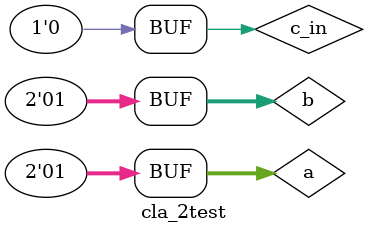
<source format=v>
`timescale 1ns / 1ps


module cla_2test;

	// Inputs
	reg [1:0] a;
	reg [1:0] b;
	reg c_in;

	// Outputs
	wire g_out;
	wire p_out;
	wire [1:0] s;

	// Instantiate the Unit Under Test (UUT)
	cla_2 uut (
		.a(a), 
		.b(b), 
		.c_in(c_in), 
		.g_out(g_out), 
		.p_out(p_out), 
		.s(s)
	);

	initial begin
		// Initialize Inputs
		a = 2'b10;
		b = 2'b11;
		c_in = 0;

		// Wait 100 ns for global reset to finish
		#100;
		
		a = 2'b01;
		b = 2'b01;
      c_in = 0;
		
		#100;
		// Add stimulus here

	end
      
endmodule


</source>
